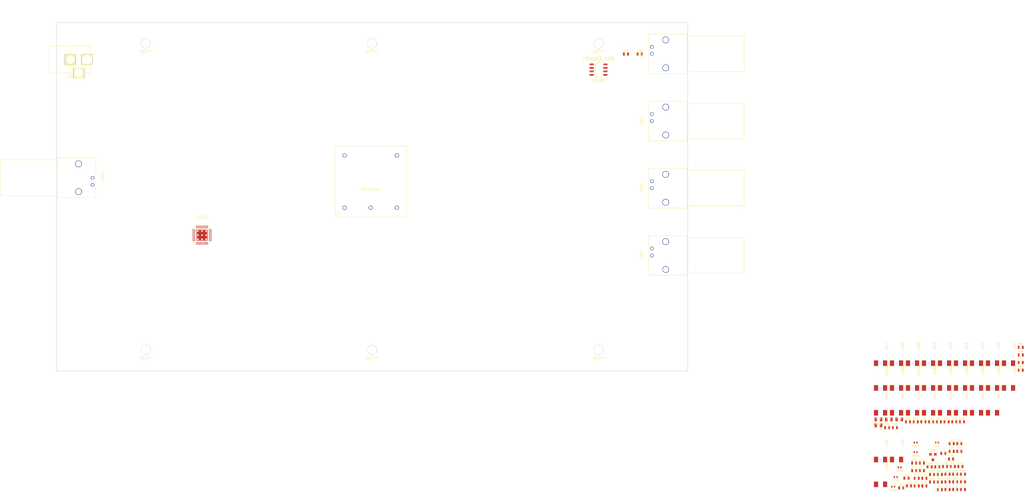
<source format=kicad_pcb>
(kicad_pcb (version 20221018) (generator pcbnew)
  (layers (0 "F.Cu" signal) (31 "B.Cu" signal) (34 "B.Paste" user) (35 "F.Paste" user) (36 "B.SilkS" user "B.Silkscreen") (37 "F.SilkS" user "F.Silkscreen") (38 "B.Mask" user) (39 "F.Mask" user) (44 "Edge.Cuts" user))
  (net 0 "")
  (net 1 "GND")
  (net 2 "Net-(OCXO101-Pad4)")
  (net 3 "Net-(J102-Pad1)")
  (net 4 "Net-(J103-Pad1)")
  (net 5 "Net-(J104-Pad1)")
  (net 6 "Net-(C201-Pad1)")
  (net 7 "Net-(C108-Pad1)")
  (net 8 "/OCXO_VCTL")
  (net 9 "5V_OCXO")
  (net 10 "+3.3V")
  (net 11 "Net-(C114-Pad2)")
  (net 12 "Net-(C115-Pad1)")
  (net 13 "Net-(U104-Pad4)")
  (net 14 "/OCXO_PW_EN")
  (net 15 "Net-(U104-Pad9)")
  (net 16 "/PLL_CE")
  (net 17 "/PLL_CS")
  (net 18 "/SPI1_SCK")
  (net 19 "/SPI1_MISO")
  (net 20 "/SPI1_MOSI")
  (net 21 "Net-(U104-Pad15)")
  (net 22 "Net-(U104-Pad16)")
  (net 23 "Net-(U104-Pad17)")
  (net 24 "Net-(U104-Pad20)")
  (net 25 "/US1_TX")
  (net 26 "/US1_RX")
  (net 27 "/US1_CTS")
  (net 28 "/US1_RTS")
  (net 29 "Net-(U104-Pad25)")
  (net 30 "Net-(U104-Pad28)")
  (net 31 "Net-(U104-Pad29)")
  (net 32 "Net-(U104-Pad30)")
  (net 33 "Net-(U104-Pad31)")
  (net 34 "Net-(U104-Pad32)")
  (net 35 "Net-(U104-Pad33)")
  (net 36 "Net-(U104-Pad34)")
  (net 37 "Net-(U104-Pad35)")
  (net 38 "+12V")
  (net 39 "Net-(C105-Pad1)")
  (net 40 "5V_PLL")
  (net 41 "Net-(C108-Pad2)")
  (net 42 "Net-(C113-Pad1)")
  (net 43 "Net-(C117-Pad1)")
  (net 44 "Net-(C125-Pad2)")
  (net 45 "Net-(C126-Pad1)")
  (net 46 "VBUS")
  (net 47 "5V3_OCXO")
  (net 48 "Net-(C210-Pad1)")
  (net 49 "Net-(C210-Pad2)")
  (net 50 "Net-(C211-Pad1)")
  (net 51 "5V3_PLL")
  (net 52 "Net-(C223-Pad1)")
  (net 53 "Net-(C223-Pad2)")
  (net 54 "Net-(C224-Pad1)")
  (net 55 "Net-(C225-Pad1)")
  (net 56 "Net-(R101-Pad1)")
  (net 57 "Net-(R102-Pad2)")
  (net 58 "Net-(R103-Pad1)")
  (net 59 "Net-(R104-Pad1)")
  (net 60 "/MUXOUT")
  (net 61 "/PLLIN")
  (net 62 "Net-(R202-Pad1)")
  (net 63 "Net-(R207-Pad1)")
  (net 64 "/SINE2AMP")
  (net 65 "Net-(C128-Pad1)")
  (net 66 "Net-(C128-Pad2)")
  (net 67 "Net-(C129-Pad1)")
  (net 68 "/PLL_VC")
  (net 69 "Net-(C131-Pad1)")
  (net 70 "/PLLFB")
  (net 71 "Net-(C133-Pad2)")
  (net 72 "Net-(C134-Pad1)")
  (net 73 "Net-(C134-Pad2)")
  (net 74 "Net-(C232-Pad1)")
  (net 75 "5V_AMP")
  (net 76 "/~{PLLSEL}")
  (net 77 "Net-(D101-PadA)")
  (net 78 "Net-(R108-Pad1)")
  (net 79 "Net-(R113-Pad1)")
  (net 80 "Net-(U106-Pad1)")
  (net 81 "Net-(U106-Pad2)")
  (net 82 "/OUT1_EN")
  (net 83 "Net-(U106-Pad5)")
  (footprint "Mounting_Holes:3.45MM_NOTPLATED" (layer "F.Cu") (at 54.95 33.62)
    (fp_text reference "REF**")
    (fp_text value "3.45MM_NOTPLATED")
  )
  (footprint "Mounting_Holes:3.45MM_NOTPLATED" (layer "F.Cu") (at 54.95 145.38)
    (fp_text reference "REF**")
    (fp_text value "3.45MM_NOTPLATED")
  )
  (footprint "Mounting_Holes:3.45MM_NOTPLATED" (layer "F.Cu") (at 137.5 145.38)
    (fp_text reference "REF**")
    (fp_text value "3.45MM_NOTPLATED")
  )
  (footprint "Mounting_Holes:3.45MM_NOTPLATED" (layer "F.Cu") (at 220.05 145.38)
    (fp_text reference "REF**")
    (fp_text value "3.45MM_NOTPLATED")
  )
  (footprint "Mounting_Holes:3.45MM_NOTPLATED" (layer "F.Cu") (at 220.05 33.62)
    (fp_text reference "REF**")
    (fp_text value "3.45MM_NOTPLATED")
  )
  (footprint "Mounting_Holes:3.45MM_NOTPLATED" (layer "F.Cu") (at 137.5 33.62)
    (fp_text reference "REF**")
    (fp_text value "3.45MM_NOTPLATED")
  )
  (footprint "Oscillators:NDK_NH26M26LG" (layer "F.Cu") (at 136.975 83.975)
    (fp_text reference "OCXO101")
    (fp_text value "NDK_NH26M26LG")
  )
  (footprint "Connectors_RF:BNC_RHT-610-0048" (layer "F.Cu") (at 239.42 37.42 -90)
    (fp_text reference "J101")
    (fp_text value "BNC")
  )
  (footprint "Connectors_RF:BNC_RHT-610-0048" (layer "F.Cu") (at 239.42 61.92 -90)
    (fp_text reference "J102")
    (fp_text value "BNC")
  )
  (footprint "Connectors_RF:BNC_RHT-610-0048" (layer "F.Cu") (at 239.42 86.42 -90)
    (fp_text reference "J103")
    (fp_text value "BNC")
  )
  (footprint "Connectors_RF:BNC_RHT-610-0048" (layer "F.Cu") (at 239.42 110.92 -90)
    (fp_text reference "J104")
    (fp_text value "BNC")
  )
  (footprint "Connectors_Power:2.1mm_DC_Jack_NEB21R_circlehole" (layer "F.Cu") (at 27.5 39.5)
    (fp_text reference "J201")
    (fp_text value "PJ-002BH-SMT" hide)
  )
  (footprint "QFN:QFN36_6x6_0.5mm" (layer "F.Cu") (at 75.5 103.5)
    (fp_text reference "U104")
    (fp_text value "STM32F103TB-QFN36")
  )
  (footprint "SM0603" (layer "F.Cu") (at 341.586501 193.50275)
    (fp_text reference "C101")
    (fp_text value "1uF" hide)
  )
  (footprint "SM1206" (layer "F.Cu") (at 328.633501 185.280001)
    (fp_text reference "C102")
    (fp_text value "10uF" hide)
  )
  (footprint "SM1206" (layer "F.Cu") (at 322.803501 194.330001)
    (fp_text reference "C103")
    (fp_text value "10uF" hide)
  )
  (footprint "SM1206" (layer "F.Cu") (at 322.803501 185.280001)
    (fp_text reference "C104")
    (fp_text value "10uF" hide)
  )
  (footprint "SM0603" (layer "F.Cu") (at 352.826501 196.19275)
    (fp_text reference "C105")
    (fp_text value "2uF" hide)
  )
  (footprint "SM0603" (layer "F.Cu") (at 344.396501 196.28275)
    (fp_text reference "C106")
    (fp_text value "100nF" hide)
  )
  (footprint "SM0603" (layer "F.Cu") (at 348.706501 179.51275)
    (fp_text reference "C107")
    (fp_text value "10pF" hide)
  )
  (footprint "SM0603" (layer "F.Cu") (at 340.676501 187.94275)
    (fp_text reference "C108")
    (fp_text value "120pF" hide)
  )
  (footprint "SM0603" (layer "F.Cu") (at 332.246501 192.08275)
    (fp_text reference "C109")
    (fp_text value "100nF" hide)
  )
  (footprint "SM0603" (layer "F.Cu") (at 330.346501 195.60275)
    (fp_text reference "C110")
    (fp_text value "100nF" hide)
  )
  (footprint "SM0603" (layer "F.Cu") (at 335.056501 189.33275)
    (fp_text reference "C111")
    (fp_text value "100nF" hide)
  )
  (footprint "SM0603" (layer "F.Cu") (at 333.156501 194.86275)
    (fp_text reference "C112")
    (fp_text value "100nF" hide)
  )
  (footprint "SM0603" (layer "F.Cu") (at 335.056501 186.55275)
    (fp_text reference "C113")
    (fp_text value "120pF" hide)
  )
  (footprint "SM0603" (layer "F.Cu") (at 337.866501 189.33275)
    (fp_text reference "C114")
    (fp_text value "10pF" hide)
  )
  (footprint "SM0603" (layer "F.Cu") (at 345.676501 183.03275)
    (fp_text reference "C115")
    (fp_text value "10pF" hide)
  )
  (footprint "SM0603" (layer "F.Cu") (at 335.966501 194.89275)
    (fp_text reference "C116")
    (fp_text value "100nF" hide)
  )
  (footprint "SM0603" (layer "F.Cu") (at 343.486501 187.94275)
    (fp_text reference "C117")
    (fp_text value "120pF" hide)
  )
  (footprint "SM0603" (layer "F.Cu") (at 348.486501 185.07275)
    (fp_text reference "C118")
    (fp_text value "10pF" hide)
  )
  (footprint "SM0603" (layer "F.Cu") (at 341.586501 190.72275)
    (fp_text reference "C119")
    (fp_text value "100nF" hide)
  )
  (footprint "SM0603" (layer "F.Cu") (at 338.776501 194.89275)
    (fp_text reference "C120")
    (fp_text value "10pF" hide)
  )
  (footprint "SM0603" (layer "F.Cu") (at 338.776501 192.11275)
    (fp_text reference "C121")
    (fp_text value "100nF" hide)
  )
  (footprint "SM0603" (layer "F.Cu") (at 351.516501 179.51275)
    (fp_text reference "C122")
    (fp_text value "10pF" hide)
  )
  (footprint "SM0603" (layer "F.Cu") (at 335.966501 192.11275)
    (fp_text reference "C123")
    (fp_text value "100nF" hide)
  )
  (footprint "SM0603" (layer "F.Cu") (at 348.706501 182.29275)
    (fp_text reference "C124")
    (fp_text value "100nF" hide)
  )
  (footprint "SM0603" (layer "F.Cu") (at 337.866501 186.55275)
    (fp_text reference "C125")
    (fp_text value "10pF" hide)
  )
  (footprint "SM0603" (layer "F.Cu") (at 346.296501 187.85275)
    (fp_text reference "C126")
    (fp_text value "10pF" hide)
  )
  (footprint "SM0603" (layer "F.Cu") (at 344.396501 190.72275)
    (fp_text reference "C127")
    (fp_text value "100nF" hide)
  )
  (footprint "SM1206" (layer "F.Cu") (at 363.613501 168.250001)
    (fp_text reference "C201")
    (fp_text value "1uF" hide)
  )
  (footprint "SM1206" (layer "F.Cu") (at 357.783501 159.200001)
    (fp_text reference "C202")
    (fp_text value "1uF" hide)
  )
  (footprint "SM0805" (layer "F.Cu") (at 322.027531 172.811531)
    (fp_text reference "C203")
    (fp_text value "100nF" hide)
  )
  (footprint "SM1206" (layer "F.Cu") (at 322.803501 159.200001)
    (fp_text reference "C204")
    (fp_text value "10u" hide)
  )
  (footprint "SM1206" (layer "F.Cu") (at 328.633501 150.150001)
    (fp_text reference "C205")
    (fp_text value "10uF" hide)
  )
  (footprint "SM1206" (layer "F.Cu") (at 322.803501 168.250001)
    (fp_text reference "C206")
    (fp_text value "10u" hide)
  )
  (footprint "SM1206" (layer "F.Cu") (at 328.633501 168.250001)
    (fp_text reference "C207")
    (fp_text value "10uF" hide)
  )
  (footprint "SM1206" (layer "F.Cu") (at 334.463501 150.150001)
    (fp_text reference "C208")
    (fp_text value "10uF" hide)
  )
  (footprint "SM1206" (layer "F.Cu") (at 328.633501 159.200001)
    (fp_text reference "C209")
    (fp_text value "10uF" hide)
  )
  (footprint "SM0805" (layer "F.Cu") (at 322.027531 170.661531)
    (fp_text reference "C210")
    (fp_text value "100nF" hide)
  )
  (footprint "SM0603" (layer "F.Cu") (at 373.876501 149.94275)
    (fp_text reference "C211")
    (fp_text value "1nF" hide)
  )
  (footprint "SM1206" (layer "F.Cu") (at 334.463501 159.200001)
    (fp_text reference "C212")
    (fp_text value "10u" hide)
  )
  (footprint "SM1206" (layer "F.Cu") (at 340.293501 150.150001)
    (fp_text reference "C213")
    (fp_text value "10u" hide)
  )
  (footprint "SM0805" (layer "F.Cu") (at 325.827531 170.661531)
    (fp_text reference "C214")
    (fp_text value "100nF" hide)
  )
  (footprint "SM1206" (layer "F.Cu") (at 369.443501 159.200001)
    (fp_text reference "C215")
    (fp_text value "10u" hide)
  )
  (footprint "SM1206" (layer "F.Cu") (at 340.293501 159.200001)
    (fp_text reference "C216")
    (fp_text value "10u" hide)
  )
  (footprint "SM1206" (layer "F.Cu") (at 322.803501 150.150001)
    (fp_text reference "C217")
    (fp_text value "10uF" hide)
  )
  (footprint "SM1206" (layer "F.Cu") (at 334.463501 168.250001)
    (fp_text reference "C218")
    (fp_text value "10u" hide)
  )
  (footprint "SM1206" (layer "F.Cu") (at 351.953501 150.150001)
    (fp_text reference "C219")
    (fp_text value "10u" hide)
  )
  (footprint "SM1206" (layer "F.Cu") (at 346.123501 159.200001)
    (fp_text reference "C220")
    (fp_text value "10uF" hide)
  )
  (footprint "SM1206" (layer "F.Cu") (at 340.293501 168.250001)
    (fp_text reference "C221")
    (fp_text value "10uF" hide)
  )
  (footprint "SM1206" (layer "F.Cu") (at 357.783501 150.150001)
    (fp_text reference "C222")
    (fp_text value "10uF" hide)
  )
  (footprint "SM0805" (layer "F.Cu") (at 329.627531 170.661531)
    (fp_text reference "C223")
    (fp_text value "100nF" hide)
  )
  (footprint "SM0603" (layer "F.Cu") (at 335.616501 171.53275)
    (fp_text reference "C224")
    (fp_text value "1nF" hide)
  )
  (footprint "SM0603" (layer "F.Cu") (at 332.806501 171.53275)
    (fp_text reference "C225")
    (fp_text value "1nF" hide)
  )
  (footprint "SM1206" (layer "F.Cu") (at 351.953501 159.200001)
    (fp_text reference "C226")
    (fp_text value "10u" hide)
  )
  (footprint "SM1206" (layer "F.Cu") (at 346.123501 168.250001)
    (fp_text reference "C227")
    (fp_text value "10u" hide)
  )
  (footprint "SM1206" (layer "F.Cu") (at 363.613501 150.150001)
    (fp_text reference "C228")
    (fp_text value "10u" hide)
  )
  (footprint "SM1206" (layer "F.Cu") (at 346.123501 150.150001)
    (fp_text reference "C229")
    (fp_text value "10u" hide)
  )
  (footprint "SM0603" (layer "F.Cu") (at 351.516501 182.29275)
    (fp_text reference "R101")
    (fp_text value "1k" hide)
  )
  (footprint "SM0603" (layer "F.Cu") (at 350.016501 190.63275)
    (fp_text reference "R102")
    (fp_text value "100" hide)
  )
  (footprint "SM0603" (layer "F.Cu") (at 347.206501 193.41275)
    (fp_text reference "R103")
    (fp_text value "100" hide)
  )
  (footprint "SM0603" (layer "F.Cu") (at 350.016501 193.41275)
    (fp_text reference "R104")
    (fp_text value "6k" hide)
  )
  (footprint "SM0603" (layer "F.Cu") (at 347.206501 196.19275)
    (fp_text reference "R105")
    (fp_text value "10k" hide)
  )
  (footprint "SM0603" (layer "F.Cu") (at 352.826501 190.63275)
    (fp_text reference "R106")
    (fp_text value "NC" hide)
  )
  (footprint "SM0603" (layer "F.Cu") (at 350.016501 196.19275)
    (fp_text reference "R107")
    (fp_text value "500" hide)
  )
  (footprint "SM0603" (layer "F.Cu") (at 325.206501 173.68275)
    (fp_text reference "R201")
    (fp_text value "10k" hide)
  )
  (footprint "SM0603" (layer "F.Cu") (at 328.016501 173.68275)
    (fp_text reference "R202")
    (fp_text value "10k" hide)
  )
  (footprint "SM0603" (layer "F.Cu") (at 338.426501 171.53275)
    (fp_text reference "R203")
    (fp_text value "59k" hide)
  )
  (footprint "SM0603" (layer "F.Cu") (at 344.046501 171.53275)
    (fp_text reference "R204")
    (fp_text value "10k" hide)
  )
  (footprint "SM0603" (layer "F.Cu") (at 373.876501 152.72275)
    (fp_text reference "R205")
    (fp_text value "10k" hide)
  )
  (footprint "SM0603" (layer "F.Cu") (at 373.876501 144.38275)
    (fp_text reference "R206")
    (fp_text value "10k" hide)
  )
  (footprint "SM0603" (layer "F.Cu") (at 346.856501 171.53275)
    (fp_text reference "R207")
    (fp_text value "10k" hide)
  )
  (footprint "SM0603" (layer "F.Cu") (at 373.876501 147.16275)
    (fp_text reference "R208")
    (fp_text value "59k" hide)
  )
  (footprint "SM0603" (layer "F.Cu") (at 349.666501 171.53275)
    (fp_text reference "R209")
    (fp_text value "10k" hide)
  )
  (footprint "SM0402" (layer "F.Cu") (at 327.387143 195.195)
    (fp_text reference "C128")
    (fp_text value "1nF" hide)
  )
  (footprint "SM0402" (layer "F.Cu") (at 328.339524 191.675)
    (fp_text reference "C129")
    (fp_text value "100pF" hide)
  )
  (footprint "SM0402" (layer "F.Cu") (at 329.744286 188.155)
    (fp_text reference "C130")
    (fp_text value "CAP_0402" hide)
  )
  (footprint "SM0402" (layer "F.Cu") (at 343.394286 179.105)
    (fp_text reference "C131")
    (fp_text value "CAP_0402" hide)
  )
  (footprint "SM0603" (layer "F.Cu") (at 352.826501 193.41275)
    (fp_text reference "C132")
    (fp_text value "100pF" hide)
  )
  (footprint "SM0603" (layer "F.Cu") (at 347.206501 190.63275)
    (fp_text reference "C133")
    (fp_text value "100nF" hide)
  )
  (footprint "SM0603" (layer "F.Cu") (at 235 37.5)
    (fp_text reference "C134")
    (fp_text value "10nF" hide)
  )
  (footprint "SM1206" (layer "F.Cu") (at 351.953501 168.250001)
    (fp_text reference "C230")
    (fp_text value "10u" hide)
  )
  (footprint "SM1206" (layer "F.Cu") (at 357.783501 168.250001)
    (fp_text reference "C231")
    (fp_text value "10u" hide)
  )
  (footprint "SM0603" (layer "F.Cu") (at 352.476501 171.53275)
    (fp_text reference "C232")
    (fp_text value "1nF" hide)
  )
  (footprint "SM1206" (layer "F.Cu") (at 363.613501 159.200001)
    (fp_text reference "C233")
    (fp_text value "10u" hide)
  )
  (footprint "SM1206" (layer "F.Cu") (at 369.443501 150.150001)
    (fp_text reference "C234")
    (fp_text value "10u" hide)
  )
  (footprint "Connectors_RF:BNC_RHT-610-0048" (layer "F.Cu") (at 35.58 82.58 90)
    (fp_text reference "J106")
    (fp_text value "BNC")
  )
  (footprint "General_SMD:SOT23" (layer "F.Cu") (at 341.875285 184.39165)
    (fp_text reference "Q101")
    (fp_text value "BSS138" hide)
  )
  (footprint "SM0402" (layer "F.Cu") (at 335.574286 182.625)
    (fp_text reference "R108")
    (fp_text value "RES_0402" hide)
  )
  (footprint "SM0402" (layer "F.Cu") (at 335.574286 179.105)
    (fp_text reference "R109")
    (fp_text value "RES_0402" hide)
  )
  (footprint "SM0603" (layer "F.Cu") (at 351.916501 187.85275)
    (fp_text reference "R110")
    (fp_text value "500" hide)
  )
  (footprint "SM0603" (layer "F.Cu") (at 344.396501 193.50275)
    (fp_text reference "R111")
    (fp_text value "1k" hide)
  )
  (footprint "SM0603" (layer "F.Cu") (at 349.106501 187.85275)
    (fp_text reference "R112")
    (fp_text value "1k" hide)
  )
  (footprint "SM0603" (layer "F.Cu") (at 230 37.5)
    (fp_text reference "R113")
    (fp_text value "50" hide)
  )
  (footprint "SM0603" (layer "F.Cu") (at 341.236501 171.53275)
    (fp_text reference "R210")
    (fp_text value "10k" hide)
  )
  (footprint "SOIC:SOIC_8_150mil" (layer "F.Cu") (at 220 43.175)
    (fp_text reference "U106")
    (fp_text value "OPA693_SO8")
  )
  (gr_line (start 22.5 153) (end 22.5 26) (stroke (width 0.15)) (layer "Edge.Cuts"))
  (gr_line (start 252.5 26) (end 252.5 153) (stroke (width 0.15)) (layer "Edge.Cuts"))
  (gr_line (start 252.5 153) (end 22.5 153) (stroke (width 0.15)) (layer "Edge.Cuts"))
  (gr_line (start 22.5 26) (end 252.5 26) (stroke (width 0.15)) (layer "Edge.Cuts"))
)
</source>
